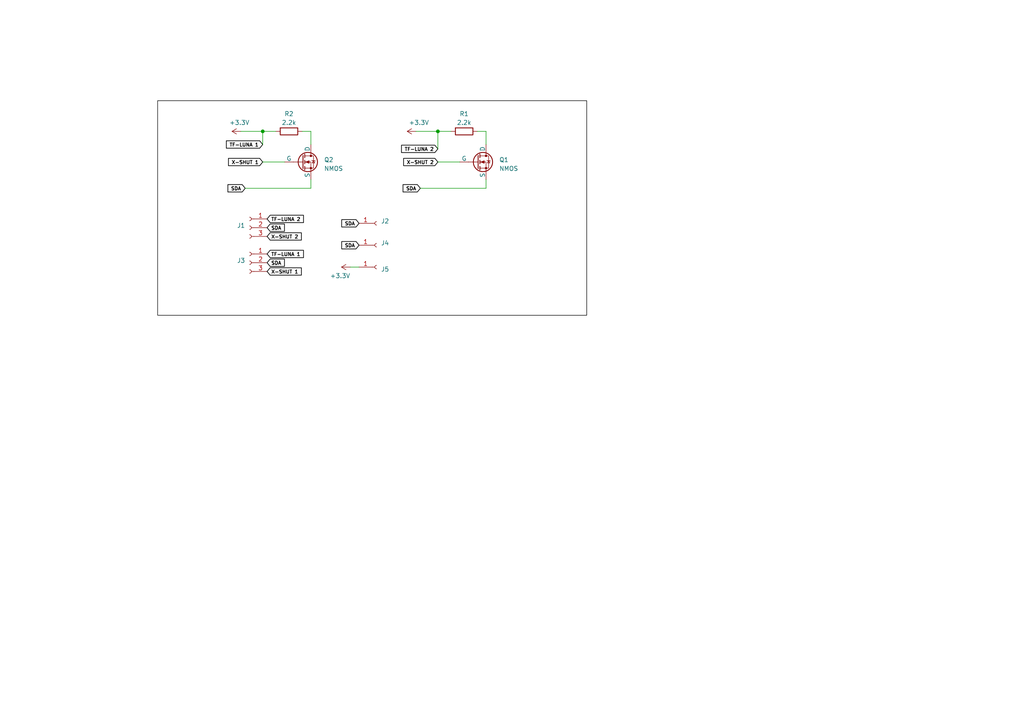
<source format=kicad_sch>
(kicad_sch (version 20230121) (generator eeschema)
  (paper "A4")
  (lib_symbols
    (symbol "Connector:Conn_01x01_Socket" (pin_names (offset 1.016) hide)
      (property "Reference" "J" (at 0 2.54 0))
      (property "Value" "Conn_01x01_Socket" (at 0 -2.54 0))
      (symbol "Conn_01x01_Socket_1_1"
        (polyline (pts (xy -1.27 0) (xy -0.508 0)) (stroke (width 0.1524)))
        (arc (start 0 0.508) (mid -0.5058 0) (end 0 -0.508) (stroke (width 0.1524)))
        (pin passive line (at -5.08 0 0) (length 3.81) (name "Pin_1") (number "1"))
      )
    )
    (symbol "Connector:Conn_01x03_Socket" (pin_names (offset 1.016) hide)
      (property "Reference" "J" (at 0 5.08 0))
      (property "Value" "Conn_01x03_Socket" (at 0 -5.08 0))
      (symbol "Conn_01x03_Socket_1_1"
        (arc (start 0 -2.032) (mid -0.5058 -2.54) (end 0 -3.048) (stroke (width 0.1524)))
        (polyline (pts (xy -1.27 -2.54) (xy -0.508 -2.54)) (stroke (width 0.1524)))
        (polyline (pts (xy -1.27 0) (xy -0.508 0)) (stroke (width 0.1524)))
        (polyline (pts (xy -1.27 2.54) (xy -0.508 2.54)) (stroke (width 0.1524)))
        (arc (start 0 0.508) (mid -0.5058 0) (end 0 -0.508) (stroke (width 0.1524)))
        (arc (start 0 3.048) (mid -0.5058 2.54) (end 0 2.032) (stroke (width 0.1524)))
        (pin passive line (at -5.08 2.54 0) (length 3.81) (name "Pin_1") (number "1"))
        (pin passive line (at -5.08 0 0) (length 3.81) (name "Pin_2") (number "2"))
        (pin passive line (at -5.08 -2.54 0) (length 3.81) (name "Pin_3") (number "3"))
      )
    )
    (symbol "Device:R" (pin_numbers hide) (pin_names (offset 0))
      (property "Reference" "R" (at 2.032 0 90))
      (property "Value" "R" (at 0 0 90))
      (symbol "R_0_1"
        (rectangle (start -1.016 -2.54) (end 1.016 2.54) (stroke (width 0.254)))
      )
      (symbol "R_1_1"
        (pin passive line (at 0 3.81 270) (length 1.27) (name "~") (number "1"))
        (pin passive line (at 0 -3.81 90) (length 1.27) (name "~") (number "2"))
      )
    )
    (symbol "Simulation_SPICE:NMOS" (pin_numbers hide) (pin_names (offset 0))
      (property "Reference" "Q" (at 5.08 1.27 0))
      (property "Value" "NMOS" (at 5.08 -1.27 0))
      (symbol "NMOS_0_1"
        (polyline (pts (xy 0.254 0) (xy -2.54 0)))
        (polyline (pts (xy 0.254 1.905) (xy 0.254 -1.905)) (stroke (width 0.254)))
        (polyline (pts (xy 0.762 -1.27) (xy 0.762 -2.286)) (stroke (width 0.254)))
        (polyline (pts (xy 0.762 0.508) (xy 0.762 -0.508)) (stroke (width 0.254)))
        (polyline (pts (xy 0.762 2.286) (xy 0.762 1.27)) (stroke (width 0.254)))
        (polyline (pts (xy 2.54 2.54) (xy 2.54 1.778)))
        (polyline (pts (xy 2.54 -2.54) (xy 2.54 0) (xy 0.762 0)))
        (polyline (pts (xy 0.762 -1.778) (xy 3.302 -1.778) (xy 3.302 1.778) (xy 0.762 1.778)))
        (polyline (pts (xy 1.016 0) (xy 2.032 0.381) (xy 2.032 -0.381) (xy 1.016 0)) (fill (type outline)))
        (polyline (pts (xy 2.794 0.508) (xy 2.921 0.381) (xy 3.683 0.381) (xy 3.81 0.254)))
        (polyline (pts (xy 3.302 0.381) (xy 2.921 -0.254) (xy 3.683 -0.254) (xy 3.302 0.381)))
        (circle (center 1.651 0) (radius 2.794) (stroke (width 0.254)))
        (circle (center 2.54 -1.778) (radius 0.254) (fill (type outline)))
        (circle (center 2.54 1.778) (radius 0.254) (fill (type outline)))
      )
      (symbol "NMOS_1_1"
        (pin passive line (at 2.54 5.08 270) (length 2.54) (name "D") (number "1"))
        (pin input line (at -5.08 0 0) (length 2.54) (name "G") (number "2"))
        (pin passive line (at 2.54 -5.08 90) (length 2.54) (name "S") (number "3"))
      )
    )
    (symbol "power:+3.3V" (power) (pin_names (offset 0))
      (property "Value" "+3.3V" (at 0 3.556 0))
      (symbol "+3.3V_0_1"
        (polyline (pts (xy -0.762 1.27) (xy 0 2.54)))
        (polyline (pts (xy 0 0) (xy 0 2.54)))
        (polyline (pts (xy 0 2.54) (xy 0.762 1.27)))
      )
      (symbol "+3.3V_1_1"
        (pin power_in line (at 0 0 90) (length 0) hide (name "+3.3V") (number "1"))
      )
    )
  )
  (junction (at 127 38.1))
  (junction (at 76.2 38.1))
  (wire (pts (xy 101.6 77.47) (xy 104.14 77.47)))
  (wire (pts (xy 127 38.1) (xy 127 43.18)))
  (wire (pts (xy 90.17 38.1) (xy 90.17 41.91)))
  (wire (pts (xy 127 46.99) (xy 133.35 46.99)))
  (wire (pts (xy 140.97 38.1) (xy 140.97 41.91)))
  (wire (pts (xy 76.2 46.99) (xy 82.55 46.99)))
  (wire (pts (xy 90.17 54.61) (xy 90.17 52.07)))
  (wire (pts (xy 76.2 38.1) (xy 80.01 38.1)))
  (wire (pts (xy 140.97 54.61) (xy 140.97 52.07)))
  (wire (pts (xy 71.12 54.61) (xy 90.17 54.61)))
  (wire (pts (xy 76.2 38.1) (xy 76.2 41.91)))
  (wire (pts (xy 69.85 38.1) (xy 76.2 38.1)))
  (wire (pts (xy 138.43 38.1) (xy 140.97 38.1)))
  (wire (pts (xy 120.65 38.1) (xy 127 38.1)))
  (wire (pts (xy 127 38.1) (xy 130.81 38.1)))
  (wire (pts (xy 121.92 54.61) (xy 140.97 54.61)))
  (wire (pts (xy 87.63 38.1) (xy 90.17 38.1)))
  (rectangle (start 45.72 29.21) (end 170.18 91.44) (stroke (width 0) (color 0 0 0 1)))
  (global_label "X-SHUT 1" (shape input) (at 76.2 46.99 180) (effects (font (size 1 1) (thickness 0.2) bold)) (property "Intersheetrefs" "${INTERSHEET_REFS}" (effects hide)))
  (global_label "SDA" (shape input) (at 77.47 76.2 0) (effects (font (size 1 1) (thickness 0.2) bold)) (property "Intersheetrefs" "${INTERSHEET_REFS}" (effects hide)))
  (global_label "X-SHUT 1" (shape input) (at 77.47 78.74 0) (effects (font (size 1 1) (thickness 0.2) bold)) (property "Intersheetrefs" "${INTERSHEET_REFS}" (effects hide)))
  (global_label "SDA" (shape input) (at 77.47 66.04 0) (effects (font (size 1 1) (thickness 0.2) bold)) (property "Intersheetrefs" "${INTERSHEET_REFS}" (effects hide)))
  (global_label "SDA" (shape input) (at 104.14 64.77 180) (effects (font (size 1 1) (thickness 0.2) bold)) (property "Intersheetrefs" "${INTERSHEET_REFS}" (effects hide)))
  (global_label "TF-LUNA 2" (shape input) (at 127 43.18 180) (effects (font (size 1 1) (thickness 0.2) bold)) (property "Intersheetrefs" "${INTERSHEET_REFS}" (effects hide)))
  (global_label "TF-LUNA 1" (shape input) (at 77.47 73.66 0) (effects (font (size 1 1) (thickness 0.2) bold)) (property "Intersheetrefs" "${INTERSHEET_REFS}" (effects hide)))
  (global_label "X-SHUT 2" (shape input) (at 77.47 68.58 0) (effects (font (size 1 1) (thickness 0.2) bold)) (property "Intersheetrefs" "${INTERSHEET_REFS}" (effects hide)))
  (global_label "SDA" (shape input) (at 104.14 71.12 180) (effects (font (size 1 1) (thickness 0.2) bold)) (property "Intersheetrefs" "${INTERSHEET_REFS}" (effects hide)))
  (global_label "X-SHUT 2" (shape input) (at 127 46.99 180) (effects (font (size 1 1) (thickness 0.2) bold)) (property "Intersheetrefs" "${INTERSHEET_REFS}" (effects hide)))
  (global_label "SDA" (shape input) (at 71.12 54.61 180) (effects (font (size 1 1) (thickness 0.2) bold)) (property "Intersheetrefs" "${INTERSHEET_REFS}" (effects hide)))
  (global_label "SDA" (shape input) (at 121.92 54.61 180) (effects (font (size 1 1) (thickness 0.2) bold)) (property "Intersheetrefs" "${INTERSHEET_REFS}" (effects hide)))
  (global_label "TF-LUNA 1" (shape input) (at 76.2 41.91 180) (effects (font (size 1 1) (thickness 0.2) bold)) (property "Intersheetrefs" "${INTERSHEET_REFS}" (effects hide)))
  (global_label "TF-LUNA 2" (shape input) (at 77.47 63.5 0) (effects (font (size 1 1) (thickness 0.2) bold)) (property "Intersheetrefs" "${INTERSHEET_REFS}" (effects hide)))
  (symbol (lib_id "Connector:Conn_01x01_Socket") (at 109.22 71.12 0) (unit 1)
    (property "Reference" "J4" (at 110.49 70.485 0) (effects (justify left)))
    (property "Value" "Conn_01x01_Socket" (effects hide))
    (property "Footprint" "Connector_PinSocket_2.54mm:PinSocket_1x01_P2.54mm_Vertical" (effects hide))
  )
  (symbol (lib_id "Connector:Conn_01x01_Socket") (at 109.22 64.77 0) (unit 1)
    (property "Reference" "J2" (at 110.49 64.135 0) (effects (justify left)))
    (property "Value" "Conn_01x01_Socket" (effects hide))
    (property "Footprint" "Connector_PinSocket_2.54mm:PinSocket_1x01_P2.54mm_Vertical" (effects hide))
  )
  (symbol (lib_id "Connector:Conn_01x01_Socket") (at 109.22 77.47 0) (unit 1)
    (property "Reference" "J5" (at 110.49 78.105 0) (effects (justify left)))
    (property "Value" "Conn_01x01_Socket" (effects hide))
    (property "Footprint" "Connector_PinSocket_2.54mm:PinSocket_1x01_P2.54mm_Vertical" (effects hide))
  )
  (symbol (lib_id "Connector:Conn_01x03_Socket") (at 72.39 66.04 0) (mirror y) (unit 1)
    (property "Reference" "J1" (at 71.12 65.405 0) (effects (justify left)))
    (property "Value" "Conn_01x03_Socket" (effects hide))
    (property "Footprint" "Connector_PinSocket_2.54mm:PinSocket_1x03_P2.54mm_Vertical" (effects hide))
  )
  (symbol (lib_id "Device:R") (at 83.82 38.1 90) (unit 1)
    (property "Reference" "R2" (at 83.82 33.02 90))
    (property "Value" "2.2k" (at 83.82 35.56 90))
    (property "Footprint" "Resistor_THT:R_Axial_DIN0207_L6.3mm_D2.5mm_P10.16mm_Horizontal" (effects hide))
  )
  (symbol (lib_id "Device:R") (at 134.62 38.1 90) (unit 1)
    (property "Reference" "R1" (at 134.62 33.02 90))
    (property "Value" "2.2k" (at 134.62 35.56 90))
    (property "Footprint" "Resistor_THT:R_Axial_DIN0207_L6.3mm_D2.5mm_P10.16mm_Horizontal" (effects hide))
  )
  (symbol (lib_id "power:+3.3V") (at 69.85 38.1 90) (unit 1)
    (property "Reference" "#PWR02" (effects hide))
    (property "Value" "+3.3V" (at 72.39 35.56 90) (effects (justify left)))
  )
  (symbol (lib_id "power:+3.3V") (at 101.6 77.47 90) (unit 1)
    (property "Reference" "#PWR03" (effects hide))
    (property "Value" "+3.3V" (at 101.6 80.01 90) (effects (justify left)))
  )
  (symbol (lib_id "Connector:Conn_01x03_Socket") (at 72.39 76.2 0) (mirror y) (unit 1)
    (property "Reference" "J3" (at 71.12 75.565 0) (effects (justify left)))
    (property "Value" "Conn_01x03_Socket" (effects hide))
    (property "Footprint" "Connector_PinSocket_2.54mm:PinSocket_1x03_P2.54mm_Vertical" (effects hide))
  )
  (symbol (lib_id "Simulation_SPICE:NMOS") (at 138.43 46.99 0) (unit 1)
    (property "Reference" "Q1" (at 144.78 46.355 0) (effects (justify left)))
    (property "Value" "NMOS" (at 144.78 48.895 0) (effects (justify left)))
    (property "Footprint" "Package_TO_SOT_SMD:SOT-23" (effects hide))
    (property "Datasheet" "https://ngspice.sourceforge.io/docs/ngspice-manual.pdf" (effects hide))
    (property "Sim.Device" "NMOS" (effects hide))
    (property "Sim.Type" "VDMOS" (effects hide))
    (property "Sim.Pins" "1=D 2=G 3=S" (effects hide))
  )
  (symbol (lib_id "Simulation_SPICE:NMOS") (at 87.63 46.99 0) (unit 1)
    (property "Reference" "Q2" (at 93.98 46.355 0) (effects (justify left)))
    (property "Value" "NMOS" (at 93.98 48.895 0) (effects (justify left)))
    (property "Footprint" "Package_TO_SOT_SMD:SOT-23" (effects hide))
    (property "Datasheet" "https://ngspice.sourceforge.io/docs/ngspice-manual.pdf" (effects hide))
    (property "Sim.Device" "NMOS" (effects hide))
    (property "Sim.Type" "VDMOS" (effects hide))
    (property "Sim.Pins" "1=D 2=G 3=S" (effects hide))
  )
  (symbol (lib_id "power:+3.3V") (at 120.65 38.1 90) (unit 1)
    (property "Reference" "#PWR01" (effects hide))
    (property "Value" "+3.3V" (at 124.46 35.56 90) (effects (justify left)))
  )
)
</source>
